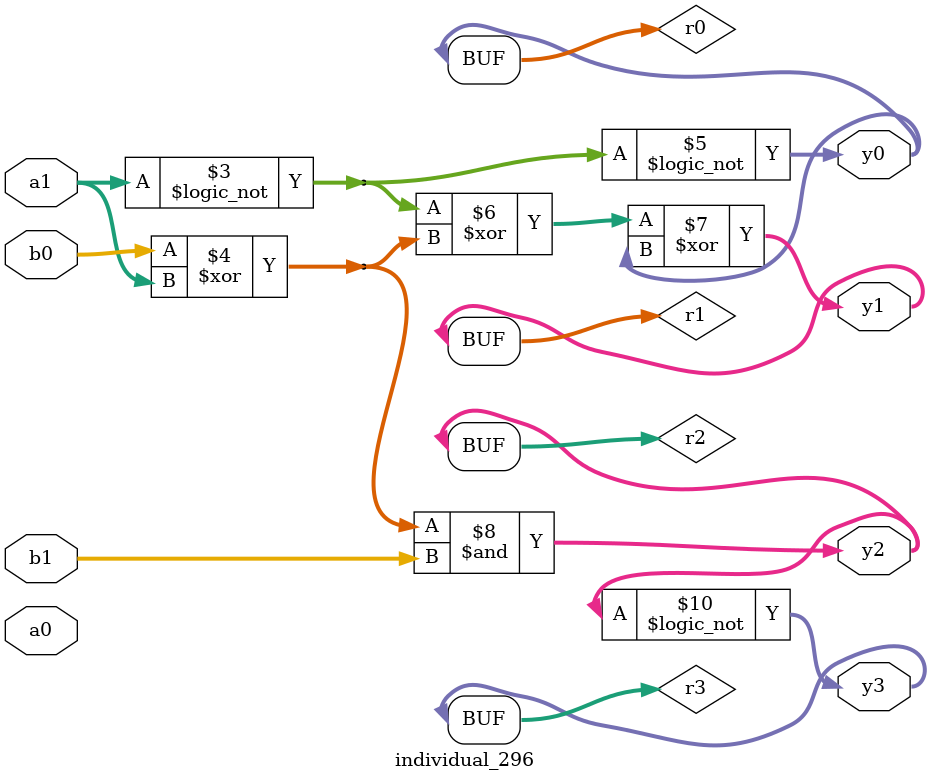
<source format=sv>
module individual_296(input logic [15:0] a1, input logic [15:0] a0, input logic [15:0] b1, input logic [15:0] b0, output logic [15:0] y3, output logic [15:0] y2, output logic [15:0] y1, output logic [15:0] y0);
logic [15:0] r0, r1, r2, r3; 
 always@(*) begin 
	 r0 = a0; r1 = a1; r2 = b0; r3 = b1; 
 	 r0  |=  b0 ;
 	 r1 = ! a1 ;
 	 r2  ^=  a1 ;
 	 r0 = ! r1 ;
 	 r1  ^=  r2 ;
 	 r1  ^=  r0 ;
 	 r2  &=  b1 ;
 	 r3  ^=  r2 ;
 	 r3 = ! r2 ;
 	 y3 = r3; y2 = r2; y1 = r1; y0 = r0; 
end
endmodule
</source>
